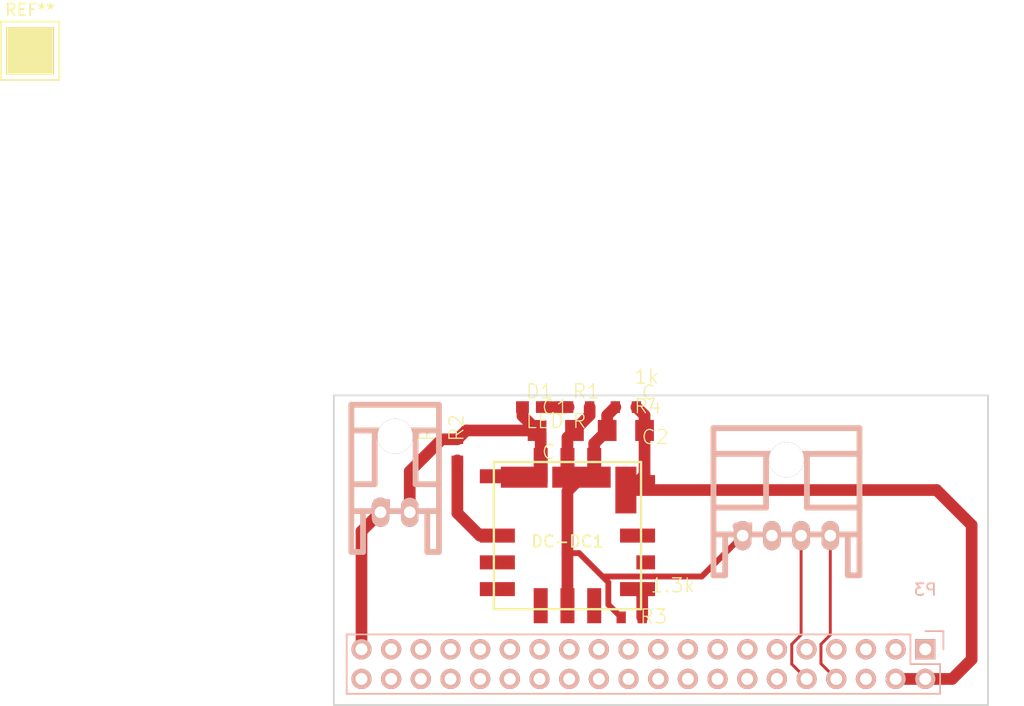
<source format=kicad_pcb>
(kicad_pcb (version 4) (host pcbnew 4.0.4-stable)

  (general
    (links 36)
    (no_connects 15)
    (area 25.924999 29.424999 82.075001 56.075001)
    (thickness 1.6)
    (drawings 28)
    (tracks 53)
    (zones 0)
    (modules 12)
    (nets 10)
  )

  (page A4)
  (layers
    (0 F.Cu signal)
    (31 B.Cu signal)
    (32 B.Adhes user)
    (33 F.Adhes user)
    (34 B.Paste user)
    (35 F.Paste user)
    (36 B.SilkS user)
    (37 F.SilkS user)
    (38 B.Mask user)
    (39 F.Mask user)
    (40 Dwgs.User user)
    (41 Cmts.User user)
    (42 Eco1.User user)
    (43 Eco2.User user)
    (44 Edge.Cuts user)
    (45 Margin user)
    (46 B.CrtYd user)
    (47 F.CrtYd user)
    (48 B.Fab user)
    (49 F.Fab user)
  )

  (setup
    (last_trace_width 1)
    (user_trace_width 0.5)
    (user_trace_width 1)
    (trace_clearance 0.2)
    (zone_clearance 0.4)
    (zone_45_only no)
    (trace_min 0.2)
    (segment_width 0.2)
    (edge_width 0.15)
    (via_size 0.6)
    (via_drill 0.4)
    (via_min_size 0.4)
    (via_min_drill 0.3)
    (user_via 1.2 0.8)
    (uvia_size 0.3)
    (uvia_drill 0.1)
    (uvias_allowed no)
    (uvia_min_size 0.2)
    (uvia_min_drill 0.1)
    (pcb_text_width 0.3)
    (pcb_text_size 1.5 1.5)
    (mod_edge_width 0.15)
    (mod_text_size 1 1)
    (mod_text_width 0.15)
    (pad_size 1.7272 1.7272)
    (pad_drill 1.016)
    (pad_to_mask_clearance 0.2)
    (aux_axis_origin 0 0)
    (visible_elements 7FFFFFFF)
    (pcbplotparams
      (layerselection 0x00030_80000001)
      (usegerberextensions false)
      (excludeedgelayer true)
      (linewidth 0.100000)
      (plotframeref false)
      (viasonmask false)
      (mode 1)
      (useauxorigin false)
      (hpglpennumber 1)
      (hpglpenspeed 20)
      (hpglpendiameter 15)
      (hpglpenoverlay 2)
      (psnegative false)
      (psa4output false)
      (plotreference true)
      (plotvalue true)
      (plotinvisibletext false)
      (padsonsilk false)
      (subtractmaskfromsilk false)
      (outputformat 1)
      (mirror false)
      (drillshape 1)
      (scaleselection 1)
      (outputdirectory ""))
  )

  (net 0 "")
  (net 1 /12V)
  (net 2 /GND)
  (net 3 /5V)
  (net 4 "Net-(D1-Pad2)")
  (net 5 "Net-(DC-DC1-Pad1)")
  (net 6 "Net-(DC-DC1-Pad6)")
  (net 7 /GPIO15)
  (net 8 /GPIO14)
  (net 9 /3.3V)

  (net_class Default "これは標準のネット クラスです。"
    (clearance 0.2)
    (trace_width 0.25)
    (via_dia 0.6)
    (via_drill 0.4)
    (uvia_dia 0.3)
    (uvia_drill 0.1)
    (add_net /12V)
    (add_net /3.3V)
    (add_net /5V)
    (add_net /GND)
    (add_net /GPIO14)
    (add_net /GPIO15)
    (add_net "Net-(D1-Pad2)")
    (add_net "Net-(DC-DC1-Pad1)")
    (add_net "Net-(DC-DC1-Pad6)")
  )

  (module Socket_Strips:Socket_Strip_Straight_2x20 (layer B.Cu) (tedit 5829BFFB) (tstamp 580B449E)
    (at 76.63 51.23 180)
    (descr "Through hole socket strip")
    (tags "socket strip")
    (path /58089F36)
    (fp_text reference P3 (at 0 5.1 180) (layer B.SilkS)
      (effects (font (size 1 1) (thickness 0.15)) (justify mirror))
    )
    (fp_text value CONN_02X20 (at 0 3.1 180) (layer B.Fab)
      (effects (font (size 1 1) (thickness 0.15)) (justify mirror))
    )
    (fp_line (start -1.75 1.75) (end -1.75 -4.3) (layer B.CrtYd) (width 0.05))
    (fp_line (start 50.05 1.75) (end 50.05 -4.3) (layer B.CrtYd) (width 0.05))
    (fp_line (start -1.75 1.75) (end 50.05 1.75) (layer B.CrtYd) (width 0.05))
    (fp_line (start -1.75 -4.3) (end 50.05 -4.3) (layer B.CrtYd) (width 0.05))
    (fp_line (start 49.53 -3.81) (end -1.27 -3.81) (layer B.SilkS) (width 0.15))
    (fp_line (start 1.27 1.27) (end 49.53 1.27) (layer B.SilkS) (width 0.15))
    (fp_line (start 49.53 -3.81) (end 49.53 1.27) (layer B.SilkS) (width 0.15))
    (fp_line (start -1.27 -3.81) (end -1.27 -1.27) (layer B.SilkS) (width 0.15))
    (fp_line (start 0 1.55) (end -1.55 1.55) (layer B.SilkS) (width 0.15))
    (fp_line (start -1.27 -1.27) (end 1.27 -1.27) (layer B.SilkS) (width 0.15))
    (fp_line (start 1.27 -1.27) (end 1.27 1.27) (layer B.SilkS) (width 0.15))
    (fp_line (start -1.55 1.55) (end -1.55 0) (layer B.SilkS) (width 0.15))
    (pad 1 thru_hole rect (at 0 0 180) (size 1.7272 1.7272) (drill 1.016) (layers *.Cu *.Mask B.SilkS)
      (net 9 /3.3V))
    (pad 2 thru_hole oval (at 0 -2.54 180) (size 1.7272 1.7272) (drill 1.016) (layers *.Cu *.Mask B.SilkS)
      (net 3 /5V))
    (pad 3 thru_hole oval (at 2.54 0 180) (size 1.7272 1.7272) (drill 1.016) (layers *.Cu *.Mask B.SilkS))
    (pad 4 thru_hole oval (at 2.54 -2.54 180) (size 1.7272 1.7272) (drill 1.016) (layers *.Cu *.Mask B.SilkS)
      (net 3 /5V))
    (pad 5 thru_hole oval (at 5.08 0 180) (size 1.7272 1.7272) (drill 1.016) (layers *.Cu *.Mask B.SilkS))
    (pad 6 thru_hole oval (at 5.08 -2.54 180) (size 1.7272 1.7272) (drill 1.016) (layers *.Cu *.Mask B.SilkS)
      (net 2 /GND))
    (pad 7 thru_hole oval (at 7.62 0 180) (size 1.7272 1.7272) (drill 1.016) (layers *.Cu *.Mask B.SilkS))
    (pad 8 thru_hole oval (at 7.62 -2.54 180) (size 1.7272 1.7272) (drill 1.016) (layers *.Cu *.Mask B.SilkS)
      (net 8 /GPIO14))
    (pad 9 thru_hole oval (at 10.16 0 180) (size 1.7272 1.7272) (drill 1.016) (layers *.Cu *.Mask B.SilkS)
      (net 2 /GND))
    (pad 10 thru_hole oval (at 10.16 -2.54 180) (size 1.7272 1.7272) (drill 1.016) (layers *.Cu *.Mask B.SilkS)
      (net 7 /GPIO15))
    (pad 11 thru_hole oval (at 12.7 0 180) (size 1.7272 1.7272) (drill 1.016) (layers *.Cu *.Mask B.SilkS))
    (pad 12 thru_hole oval (at 12.7 -2.54 180) (size 1.7272 1.7272) (drill 1.016) (layers *.Cu *.Mask B.SilkS))
    (pad 13 thru_hole oval (at 15.24 0 180) (size 1.7272 1.7272) (drill 1.016) (layers *.Cu *.Mask B.SilkS))
    (pad 14 thru_hole oval (at 15.24 -2.54 180) (size 1.7272 1.7272) (drill 1.016) (layers *.Cu *.Mask B.SilkS)
      (net 2 /GND))
    (pad 15 thru_hole oval (at 17.78 0 180) (size 1.7272 1.7272) (drill 1.016) (layers *.Cu *.Mask B.SilkS))
    (pad 16 thru_hole oval (at 17.78 -2.54 180) (size 1.7272 1.7272) (drill 1.016) (layers *.Cu *.Mask B.SilkS))
    (pad 17 thru_hole oval (at 20.32 0 180) (size 1.7272 1.7272) (drill 1.016) (layers *.Cu *.Mask B.SilkS)
      (net 9 /3.3V))
    (pad 18 thru_hole oval (at 20.32 -2.54 180) (size 1.7272 1.7272) (drill 1.016) (layers *.Cu *.Mask B.SilkS))
    (pad 19 thru_hole oval (at 22.86 0 180) (size 1.7272 1.7272) (drill 1.016) (layers *.Cu *.Mask B.SilkS))
    (pad 20 thru_hole oval (at 22.86 -2.54 180) (size 1.7272 1.7272) (drill 1.016) (layers *.Cu *.Mask B.SilkS)
      (net 2 /GND))
    (pad 21 thru_hole oval (at 25.4 0 180) (size 1.7272 1.7272) (drill 1.016) (layers *.Cu *.Mask B.SilkS))
    (pad 22 thru_hole oval (at 25.4 -2.54 180) (size 1.7272 1.7272) (drill 1.016) (layers *.Cu *.Mask B.SilkS))
    (pad 23 thru_hole oval (at 27.94 0 180) (size 1.7272 1.7272) (drill 1.016) (layers *.Cu *.Mask B.SilkS))
    (pad 24 thru_hole oval (at 27.94 -2.54 180) (size 1.7272 1.7272) (drill 1.016) (layers *.Cu *.Mask B.SilkS))
    (pad 25 thru_hole oval (at 30.48 0 180) (size 1.7272 1.7272) (drill 1.016) (layers *.Cu *.Mask B.SilkS)
      (net 2 /GND))
    (pad 26 thru_hole oval (at 30.48 -2.54 180) (size 1.7272 1.7272) (drill 1.016) (layers *.Cu *.Mask B.SilkS))
    (pad 27 thru_hole oval (at 33.02 0 180) (size 1.7272 1.7272) (drill 1.016) (layers *.Cu *.Mask B.SilkS))
    (pad 28 thru_hole oval (at 33.02 -2.54 180) (size 1.7272 1.7272) (drill 1.016) (layers *.Cu *.Mask B.SilkS))
    (pad 29 thru_hole oval (at 35.56 0 180) (size 1.7272 1.7272) (drill 1.016) (layers *.Cu *.Mask B.SilkS))
    (pad 30 thru_hole oval (at 35.56 -2.54 180) (size 1.7272 1.7272) (drill 1.016) (layers *.Cu *.Mask B.SilkS)
      (net 2 /GND))
    (pad 31 thru_hole oval (at 38.1 0 180) (size 1.7272 1.7272) (drill 1.016) (layers *.Cu *.Mask B.SilkS))
    (pad 32 thru_hole oval (at 38.1 -2.54 180) (size 1.7272 1.7272) (drill 1.016) (layers *.Cu *.Mask B.SilkS))
    (pad 33 thru_hole oval (at 40.64 0 180) (size 1.7272 1.7272) (drill 1.016) (layers *.Cu *.Mask B.SilkS))
    (pad 34 thru_hole oval (at 40.64 -2.54 180) (size 1.7272 1.7272) (drill 1.016) (layers *.Cu *.Mask B.SilkS)
      (net 2 /GND))
    (pad 35 thru_hole oval (at 43.18 0 180) (size 1.7272 1.7272) (drill 1.016) (layers *.Cu *.Mask B.SilkS))
    (pad 36 thru_hole oval (at 43.18 -2.54 180) (size 1.7272 1.7272) (drill 1.016) (layers *.Cu *.Mask B.SilkS))
    (pad 37 thru_hole oval (at 45.72 0 180) (size 1.7272 1.7272) (drill 1.016) (layers *.Cu *.Mask B.SilkS))
    (pad 38 thru_hole oval (at 45.72 -2.54 180) (size 1.7272 1.7272) (drill 1.016) (layers *.Cu *.Mask B.SilkS))
    (pad 39 thru_hole oval (at 48.26 0 180) (size 1.7272 1.7272) (drill 1.016) (layers *.Cu *.Mask B.SilkS)
      (net 2 /GND))
    (pad 40 thru_hole oval (at 48.26 -2.54 180) (size 1.7272 1.7272) (drill 1.016) (layers *.Cu *.Mask B.SilkS))
    (model Socket_Strips.3dshapes/Socket_Strip_Straight_2x20.wrl
      (at (xyz 0.95 -0.05 0))
      (scale (xyz 1 1 1))
      (rotate (xyz 0 0 180))
    )
  )

  (module RP_KiCAD_Libs:C3216 (layer F.Cu) (tedit 0) (tstamp 580B443D)
    (at 45 32.5)
    (descr <b>CAPACITOR</b>)
    (path /5808B321)
    (fp_text reference C1 (at -1.27 -1.27) (layer F.SilkS)
      (effects (font (size 1.2065 1.2065) (thickness 0.1016)) (justify left bottom))
    )
    (fp_text value C (at -1.27 2.54) (layer F.SilkS)
      (effects (font (size 1.2065 1.2065) (thickness 0.1016)) (justify left bottom))
    )
    (fp_line (start -0.965 -0.787) (end 0.965 -0.787) (layer Dwgs.User) (width 0.1016))
    (fp_line (start -0.965 0.787) (end 0.965 0.787) (layer Dwgs.User) (width 0.1016))
    (fp_poly (pts (xy -1.7018 0.8509) (xy -0.9517 0.8509) (xy -0.9517 -0.8491) (xy -1.7018 -0.8491)) (layer Dwgs.User) (width 0))
    (fp_poly (pts (xy 0.9517 0.8491) (xy 1.7018 0.8491) (xy 1.7018 -0.8509) (xy 0.9517 -0.8509)) (layer Dwgs.User) (width 0))
    (fp_poly (pts (xy -0.3 0.5001) (xy 0.3 0.5001) (xy 0.3 -0.5001) (xy -0.3 -0.5001)) (layer F.Adhes) (width 0))
    (pad 1 smd rect (at -1.6 0) (size 1.6 1.8) (layers F.Cu F.Paste F.Mask)
      (net 1 /12V))
    (pad 2 smd rect (at 1.6 0) (size 1.6 1.8) (layers F.Cu F.Paste F.Mask)
      (net 2 /GND))
    (model Resistors_SMD.3dshapes/R_1206.wrl
      (at (xyz 0 0 0))
      (scale (xyz 1 1 1))
      (rotate (xyz 0 0 0))
    )
  )

  (module RP_KiCAD_Libs:C3216 (layer F.Cu) (tedit 0) (tstamp 580B4443)
    (at 51 32.5 180)
    (descr <b>CAPACITOR</b>)
    (path /5808AECF)
    (fp_text reference C2 (at -1.27 -1.27 180) (layer F.SilkS)
      (effects (font (size 1.2065 1.2065) (thickness 0.1016)) (justify left bottom))
    )
    (fp_text value C (at -1.27 2.54 180) (layer F.SilkS)
      (effects (font (size 1.2065 1.2065) (thickness 0.1016)) (justify left bottom))
    )
    (fp_line (start -0.965 -0.787) (end 0.965 -0.787) (layer Dwgs.User) (width 0.1016))
    (fp_line (start -0.965 0.787) (end 0.965 0.787) (layer Dwgs.User) (width 0.1016))
    (fp_poly (pts (xy -1.7018 0.8509) (xy -0.9517 0.8509) (xy -0.9517 -0.8491) (xy -1.7018 -0.8491)) (layer Dwgs.User) (width 0))
    (fp_poly (pts (xy 0.9517 0.8491) (xy 1.7018 0.8491) (xy 1.7018 -0.8509) (xy 0.9517 -0.8509)) (layer Dwgs.User) (width 0))
    (fp_poly (pts (xy -0.3 0.5001) (xy 0.3 0.5001) (xy 0.3 -0.5001) (xy -0.3 -0.5001)) (layer F.Adhes) (width 0))
    (pad 1 smd rect (at -1.6 0 180) (size 1.6 1.8) (layers F.Cu F.Paste F.Mask)
      (net 3 /5V))
    (pad 2 smd rect (at 1.6 0 180) (size 1.6 1.8) (layers F.Cu F.Paste F.Mask)
      (net 2 /GND))
    (model Resistors_SMD.3dshapes/R_1206.wrl
      (at (xyz 0 0 0))
      (scale (xyz 1 1 1))
      (rotate (xyz 0 0 0))
    )
  )

  (module RP_KiCAD_Libs:C1608 (layer F.Cu) (tedit 0) (tstamp 580B4449)
    (at 43 30.5)
    (descr <b>CAPACITOR</b>)
    (path /5808B7FF)
    (fp_text reference D1 (at -0.635 -0.635) (layer F.SilkS)
      (effects (font (size 1.2065 1.2065) (thickness 0.1016)) (justify left bottom))
    )
    (fp_text value LED (at -0.635 1.905) (layer F.SilkS)
      (effects (font (size 1.2065 1.2065) (thickness 0.1016)) (justify left bottom))
    )
    (fp_line (start -0.356 -0.432) (end 0.356 -0.432) (layer Dwgs.User) (width 0.1016))
    (fp_line (start -0.356 0.419) (end 0.356 0.419) (layer Dwgs.User) (width 0.1016))
    (fp_poly (pts (xy -0.8382 0.4699) (xy -0.3381 0.4699) (xy -0.3381 -0.4801) (xy -0.8382 -0.4801)) (layer Dwgs.User) (width 0))
    (fp_poly (pts (xy 0.3302 0.4699) (xy 0.8303 0.4699) (xy 0.8303 -0.4801) (xy 0.3302 -0.4801)) (layer Dwgs.User) (width 0))
    (fp_poly (pts (xy -0.1999 0.3) (xy 0.1999 0.3) (xy 0.1999 -0.3) (xy -0.1999 -0.3)) (layer F.Adhes) (width 0))
    (pad 1 smd rect (at -0.85 0) (size 1.1 1) (layers F.Cu F.Paste F.Mask)
      (net 1 /12V))
    (pad 2 smd rect (at 0.85 0) (size 1.1 1) (layers F.Cu F.Paste F.Mask)
      (net 4 "Net-(D1-Pad2)"))
    (model Resistors_SMD.3dshapes/R_0603.wrl
      (at (xyz 0 0 0))
      (scale (xyz 1 1 1))
      (rotate (xyz 0 0 0))
    )
  )

  (module Converters_DCDC_ACDC:OKL_T6 (layer F.Cu) (tedit 580B40ED) (tstamp 580B4462)
    (at 46 41.5)
    (path /5808A8D6)
    (fp_text reference DC-DC1 (at 0 0.5) (layer F.SilkS)
      (effects (font (size 1 1) (thickness 0.15)))
    )
    (fp_text value OKL-T3_series (at 0 -0.5) (layer F.Fab)
      (effects (font (size 1 1) (thickness 0.15)))
    )
    (fp_line (start -6.3 -6.3) (end -6.3 6.3) (layer F.SilkS) (width 0.2))
    (fp_line (start -6.3 6.3) (end 6.3 6.3) (layer F.SilkS) (width 0.2))
    (fp_line (start 6.3 6.3) (end 6.3 -6.3) (layer F.SilkS) (width 0.2))
    (fp_line (start 6.3 -6.3) (end -6.3 -6.3) (layer F.SilkS) (width 0.2))
    (pad 3 smd rect (at 0 -6) (size 1.2 3) (layers F.Cu F.Paste F.Mask)
      (net 2 /GND))
    (pad 2 smd rect (at -2.29 -6) (size 1.2 3) (layers F.Cu F.Paste F.Mask)
      (net 1 /12V))
    (pad 1 smd rect (at -6 0) (size 3 1.2) (layers F.Cu F.Paste F.Mask)
      (net 5 "Net-(DC-DC1-Pad1)"))
    (pad 2 smd rect (at -6 -5.08) (size 3 1.2) (layers F.Cu F.Paste F.Mask)
      (net 1 /12V))
    (pad 3 smd rect (at 2.29 -6) (size 1.2 3) (layers F.Cu F.Paste F.Mask)
      (net 2 /GND))
    (pad 4 smd rect (at 6 -4.58) (size 3 1.2) (layers F.Cu F.Paste F.Mask)
      (net 3 /5V))
    (pad 5 smd rect (at 6 0) (size 3 1.2) (layers F.Cu F.Paste F.Mask)
      (net 3 /5V))
    (pad 6 smd rect (at 6 4.58) (size 3 1.2) (layers F.Cu F.Paste F.Mask)
      (net 6 "Net-(DC-DC1-Pad6)"))
    (pad 7 smd rect (at 0 6) (size 1.2 3) (layers F.Cu F.Paste F.Mask)
      (net 2 /GND))
    (pad 8 smd rect (at -2.29 6) (size 1.2 3) (layers F.Cu F.Paste F.Mask))
    (pad 9 smd rect (at -6 4.58) (size 3 1.2) (layers F.Cu F.Paste F.Mask))
    (pad 10 smd rect (at -6 2.29) (size 3 1.2) (layers F.Cu F.Paste F.Mask))
    (pad 11 smd rect (at 6.7 2.29) (size 1.6 1.2) (layers F.Cu F.Paste F.Mask))
    (pad 12 smd rect (at 2.29 6) (size 1.2 3) (layers F.Cu F.Paste F.Mask))
    (pad 3 smd rect (at 1.2 -5) (size 5 1.8) (layers F.Cu F.Paste F.Mask)
      (net 2 /GND))
    (pad 4 smd rect (at 5 -3.9) (size 1.8 4) (layers F.Cu F.Paste F.Mask)
      (net 3 /5V))
    (pad 2 smd rect (at -3.7 -5) (size 4 1.8) (layers F.Cu F.Paste F.Mask)
      (net 1 /12V))
  )

  (module RP_KiCAD_Connector:XA_2LC (layer B.Cu) (tedit 5763B232) (tstamp 580B4469)
    (at 30 39.5)
    (path /5808B579)
    (fp_text reference P1 (at 0 -0.5) (layer B.SilkS)
      (effects (font (size 1 1) (thickness 0.15)) (justify mirror))
    )
    (fp_text value CONN_01X02 (at 0 0.5) (layer B.Fab)
      (effects (font (size 1 1) (thickness 0.15)) (justify mirror))
    )
    (fp_line (start -1.5 3.4) (end -2.5 3.4) (layer B.SilkS) (width 0.5))
    (fp_line (start 5 3.4) (end 4 3.4) (layer B.SilkS) (width 0.5))
    (fp_line (start 4 3.4) (end 4 -0.1) (layer B.SilkS) (width 0.5))
    (fp_line (start -1.5 3.4) (end -1.5 -0.1) (layer B.SilkS) (width 0.5))
    (fp_line (start 3 -2.4) (end 5 -2.4) (layer B.SilkS) (width 0.5))
    (fp_line (start -0.5 -2.4) (end -2.5 -2.4) (layer B.SilkS) (width 0.5))
    (fp_line (start 3 -2.4) (end 3 -7) (layer B.SilkS) (width 0.5))
    (fp_line (start -0.5 -2.4) (end -0.5 -7) (layer B.SilkS) (width 0.5))
    (fp_line (start -2.5 -0.1) (end 5 -0.1) (layer B.SilkS) (width 0.5))
    (fp_line (start -2.5 -7) (end 5 -7) (layer B.SilkS) (width 0.5))
    (fp_line (start -2.5 -9.2) (end 5 -9.2) (layer B.SilkS) (width 0.5))
    (fp_line (start 5 3.4) (end 5 -9.2) (layer B.SilkS) (width 0.5))
    (fp_line (start -2.5 3.4) (end -2.5 -9.2) (layer B.SilkS) (width 0.5))
    (pad 1 thru_hole oval (at 0 0) (size 1.5 2.5) (drill 1) (layers *.Cu *.Mask B.SilkS)
      (net 2 /GND))
    (pad 2 thru_hole oval (at 2.5 0) (size 1.5 2.5) (drill 1) (layers *.Cu *.Mask B.SilkS)
      (net 1 /12V))
    (pad "" thru_hole circle (at 1.25 -6.5) (size 3 3) (drill 3) (layers *.Cu *.Mask B.SilkS)
      (clearance -0.3))
    (model conn_XA/XA_2S.wrl
      (at (xyz 0.05 -0.2 0))
      (scale (xyz 4 4 4))
      (rotate (xyz 0 0 180))
    )
  )

  (module RP_KiCAD_Connector:XA_4LC (layer B.Cu) (tedit 5763BBB7) (tstamp 580B4472)
    (at 61 41.5)
    (path /580AEE45)
    (fp_text reference P2 (at 0 -0.5) (layer B.SilkS)
      (effects (font (size 1 1) (thickness 0.15)) (justify mirror))
    )
    (fp_text value CONN_01X04 (at 0 0.5) (layer B.Fab)
      (effects (font (size 1 1) (thickness 0.15)) (justify mirror))
    )
    (fp_line (start 10 3.4) (end 9 3.4) (layer B.SilkS) (width 0.5))
    (fp_line (start 9 3.4) (end 9 -0.1) (layer B.SilkS) (width 0.5))
    (fp_line (start -2.5 3.4) (end -1.5 3.4) (layer B.SilkS) (width 0.5))
    (fp_line (start -1.5 3.4) (end -1.5 -0.1) (layer B.SilkS) (width 0.5))
    (fp_line (start 10 -0.1) (end -2.5 -0.1) (layer B.SilkS) (width 0.5))
    (fp_line (start 5.5 -2.4) (end 10 -2.4) (layer B.SilkS) (width 0.5))
    (fp_line (start 2 -2.4) (end -2.5 -2.4) (layer B.SilkS) (width 0.5))
    (fp_line (start 5.5 -2.4) (end 5.5 -7) (layer B.SilkS) (width 0.5))
    (fp_line (start 2 -2.4) (end 2 -7) (layer B.SilkS) (width 0.5))
    (fp_line (start -2.5 -7) (end 10 -7) (layer B.SilkS) (width 0.5))
    (fp_line (start 10 3.4) (end 10 -9.2) (layer B.SilkS) (width 0.5))
    (fp_line (start 10 -9.2) (end -2.5 -9.2) (layer B.SilkS) (width 0.5))
    (fp_line (start -2.5 3.4) (end -2.5 -9.2) (layer B.SilkS) (width 0.5))
    (pad 1 thru_hole oval (at 0 0) (size 1.5 2.5) (drill 1) (layers *.Cu *.Mask B.SilkS)
      (net 2 /GND))
    (pad 2 thru_hole oval (at 2.5 0) (size 1.5 2.5) (drill 1) (layers *.Cu *.Mask B.SilkS))
    (pad 3 thru_hole oval (at 5 0) (size 1.5 2.5) (drill 1) (layers *.Cu *.Mask B.SilkS)
      (net 7 /GPIO15))
    (pad 4 thru_hole oval (at 7.5 0) (size 1.5 2.5) (drill 1) (layers *.Cu *.Mask B.SilkS)
      (net 8 /GPIO14))
    (pad "" thru_hole circle (at 3.75 -6.5) (size 3 3) (drill 3) (layers *.Cu *.Mask B.SilkS)
      (clearance -0.3))
    (model conn_XA/XA_4S.wrl
      (at (xyz 0.15 -0.2 0))
      (scale (xyz 4 4 4))
      (rotate (xyz 0 0 180))
    )
  )

  (module RP_KiCAD_Libs:C1608_WP (layer F.Cu) (tedit 57C3E677) (tstamp 58299487)
    (at 47 30.5)
    (descr <b>CAPACITOR</b>)
    (path /5808B7AE)
    (fp_text reference R1 (at -0.635 -0.635) (layer F.SilkS)
      (effects (font (size 1.2065 1.2065) (thickness 0.1016)) (justify left bottom))
    )
    (fp_text value R (at -0.635 1.905) (layer F.SilkS)
      (effects (font (size 1.2065 1.2065) (thickness 0.1016)) (justify left bottom))
    )
    (fp_line (start -0.356 -0.432) (end 0.356 -0.432) (layer Dwgs.User) (width 0.1016))
    (fp_line (start -0.356 0.419) (end 0.356 0.419) (layer Dwgs.User) (width 0.1016))
    (fp_poly (pts (xy -0.8382 0.4699) (xy -0.3381 0.4699) (xy -0.3381 -0.4801) (xy -0.8382 -0.4801)) (layer Dwgs.User) (width 0))
    (fp_poly (pts (xy 0.3302 0.4699) (xy 0.8303 0.4699) (xy 0.8303 -0.4801) (xy 0.3302 -0.4801)) (layer Dwgs.User) (width 0))
    (fp_poly (pts (xy -0.1999 0.3) (xy 0.1999 0.3) (xy 0.1999 -0.3) (xy -0.1999 -0.3)) (layer F.Adhes) (width 0))
    (pad 1 smd rect (at -0.9 0) (size 0.8 1) (layers F.Cu F.Paste F.Mask)
      (net 4 "Net-(D1-Pad2)"))
    (pad 2 smd rect (at 0.9 0) (size 0.8 1) (layers F.Cu F.Paste F.Mask)
      (net 2 /GND))
    (model Resistors_SMD.3dshapes/R_0603.wrl
      (at (xyz 0 0 0))
      (scale (xyz 1 1 1))
      (rotate (xyz 0 0 0))
    )
  )

  (module RP_KiCAD_Libs:C1608_WP (layer F.Cu) (tedit 57C3E677) (tstamp 5829948C)
    (at 36.576 34.156 270)
    (descr <b>CAPACITOR</b>)
    (path /5808AB36)
    (fp_text reference R2 (at -0.635 -0.635 270) (layer F.SilkS)
      (effects (font (size 1.2065 1.2065) (thickness 0.1016)) (justify left bottom))
    )
    (fp_text value R (at -0.635 1.905 270) (layer F.SilkS)
      (effects (font (size 1.2065 1.2065) (thickness 0.1016)) (justify left bottom))
    )
    (fp_line (start -0.356 -0.432) (end 0.356 -0.432) (layer Dwgs.User) (width 0.1016))
    (fp_line (start -0.356 0.419) (end 0.356 0.419) (layer Dwgs.User) (width 0.1016))
    (fp_poly (pts (xy -0.8382 0.4699) (xy -0.3381 0.4699) (xy -0.3381 -0.4801) (xy -0.8382 -0.4801)) (layer Dwgs.User) (width 0))
    (fp_poly (pts (xy 0.3302 0.4699) (xy 0.8303 0.4699) (xy 0.8303 -0.4801) (xy 0.3302 -0.4801)) (layer Dwgs.User) (width 0))
    (fp_poly (pts (xy -0.1999 0.3) (xy 0.1999 0.3) (xy 0.1999 -0.3) (xy -0.1999 -0.3)) (layer F.Adhes) (width 0))
    (pad 1 smd rect (at -0.9 0 270) (size 0.8 1) (layers F.Cu F.Paste F.Mask)
      (net 1 /12V))
    (pad 2 smd rect (at 0.9 0 270) (size 0.8 1) (layers F.Cu F.Paste F.Mask)
      (net 5 "Net-(DC-DC1-Pad1)"))
    (model Resistors_SMD.3dshapes/R_0603.wrl
      (at (xyz 0 0 0))
      (scale (xyz 1 1 1))
      (rotate (xyz 0 0 0))
    )
  )

  (module RP_KiCAD_Libs:C1608_WP (layer F.Cu) (tedit 58299351) (tstamp 58299491)
    (at 51.5 48.5 180)
    (descr <b>CAPACITOR</b>)
    (path /5808AB70)
    (fp_text reference R3 (at -0.635 -0.635 180) (layer F.SilkS)
      (effects (font (size 1.2065 1.2065) (thickness 0.1016)) (justify left bottom))
    )
    (fp_text value 1.3k (at -1.524 2.032 180) (layer F.SilkS)
      (effects (font (size 1.2065 1.2065) (thickness 0.1016)) (justify left bottom))
    )
    (fp_line (start -0.356 -0.432) (end 0.356 -0.432) (layer Dwgs.User) (width 0.1016))
    (fp_line (start -0.356 0.419) (end 0.356 0.419) (layer Dwgs.User) (width 0.1016))
    (fp_poly (pts (xy -0.8382 0.4699) (xy -0.3381 0.4699) (xy -0.3381 -0.4801) (xy -0.8382 -0.4801)) (layer Dwgs.User) (width 0))
    (fp_poly (pts (xy 0.3302 0.4699) (xy 0.8303 0.4699) (xy 0.8303 -0.4801) (xy 0.3302 -0.4801)) (layer Dwgs.User) (width 0))
    (fp_poly (pts (xy -0.1999 0.3) (xy 0.1999 0.3) (xy 0.1999 -0.3) (xy -0.1999 -0.3)) (layer F.Adhes) (width 0))
    (pad 1 smd rect (at -0.9 0 180) (size 0.8 1) (layers F.Cu F.Paste F.Mask)
      (net 6 "Net-(DC-DC1-Pad6)"))
    (pad 2 smd rect (at 0.9 0 180) (size 0.8 1) (layers F.Cu F.Paste F.Mask)
      (net 2 /GND))
    (model Resistors_SMD.3dshapes/R_0603.wrl
      (at (xyz 0 0 0))
      (scale (xyz 1 1 1))
      (rotate (xyz 0 0 0))
    )
  )

  (module RP_KiCAD_Libs:C1608_WP (layer F.Cu) (tedit 57C3E677) (tstamp 58299496)
    (at 51 30.5 180)
    (descr <b>CAPACITOR</b>)
    (path /5808ADEC)
    (fp_text reference R4 (at -0.635 -0.635 180) (layer F.SilkS)
      (effects (font (size 1.2065 1.2065) (thickness 0.1016)) (justify left bottom))
    )
    (fp_text value 1k (at -0.635 1.905 180) (layer F.SilkS)
      (effects (font (size 1.2065 1.2065) (thickness 0.1016)) (justify left bottom))
    )
    (fp_line (start -0.356 -0.432) (end 0.356 -0.432) (layer Dwgs.User) (width 0.1016))
    (fp_line (start -0.356 0.419) (end 0.356 0.419) (layer Dwgs.User) (width 0.1016))
    (fp_poly (pts (xy -0.8382 0.4699) (xy -0.3381 0.4699) (xy -0.3381 -0.4801) (xy -0.8382 -0.4801)) (layer Dwgs.User) (width 0))
    (fp_poly (pts (xy 0.3302 0.4699) (xy 0.8303 0.4699) (xy 0.8303 -0.4801) (xy 0.3302 -0.4801)) (layer Dwgs.User) (width 0))
    (fp_poly (pts (xy -0.1999 0.3) (xy 0.1999 0.3) (xy 0.1999 -0.3) (xy -0.1999 -0.3)) (layer F.Adhes) (width 0))
    (pad 1 smd rect (at -0.9 0 180) (size 0.8 1) (layers F.Cu F.Paste F.Mask)
      (net 3 /5V))
    (pad 2 smd rect (at 0.9 0 180) (size 0.8 1) (layers F.Cu F.Paste F.Mask)
      (net 2 /GND))
    (model Resistors_SMD.3dshapes/R_0603.wrl
      (at (xyz 0 0 0))
      (scale (xyz 1 1 1))
      (rotate (xyz 0 0 0))
    )
  )

  (module SMD_Packages:1Pin (layer F.Cu) (tedit 0) (tstamp 5829CD3A)
    (at 0 0)
    (descr "module 1 pin (ou trou mecanique de percage)")
    (tags DEV)
    (fp_text reference REF** (at 0 -3.50012) (layer F.SilkS)
      (effects (font (size 1 1) (thickness 0.15)))
    )
    (fp_text value 1Pin (at 0.24892 3.74904) (layer F.Fab)
      (effects (font (size 1 1) (thickness 0.15)))
    )
    (fp_line (start -2.49936 -2.49936) (end 2.49936 -2.49936) (layer F.SilkS) (width 0.15))
    (fp_line (start 2.49936 -2.49936) (end 2.49936 2.49936) (layer F.SilkS) (width 0.15))
    (fp_line (start 2.49936 2.49936) (end -2.49936 2.49936) (layer F.SilkS) (width 0.15))
    (fp_line (start -2.49936 2.49936) (end -2.49936 -2.49936) (layer F.SilkS) (width 0.15))
    (pad 1 smd rect (at 0 0) (size 4.064 4.064) (layers F.Cu F.Paste F.SilkS F.Mask))
    (model user/RasPi2B.wrl
      (at (xyz -2.95 -1.05 -0.6))
      (scale (xyz 0.3937 0.3937 0.3937))
      (rotate (xyz 0 0 180))
    )
  )

  (gr_circle (center 23.5 52.5) (end 24.5 52.5) (layer Dwgs.User) (width 0.2))
  (gr_circle (center 81.5 52.5) (end 82.5 52.5) (layer Dwgs.User) (width 0.2))
  (gr_circle (center 81.5 3.5) (end 82.5 3.5) (layer Dwgs.User) (width 0.2))
  (gr_circle (center 23.5 3.5) (end 24.5 3.5) (layer Dwgs.User) (width 0.2))
  (gr_line (start 82 29.5) (end 26 29.5) (angle 90) (layer Edge.Cuts) (width 0.15))
  (gr_line (start 82 56) (end 82 29.5) (angle 90) (layer Edge.Cuts) (width 0.15))
  (gr_line (start 26 56) (end 26 29.5) (angle 90) (layer Edge.Cuts) (width 0.15))
  (gr_line (start 82 56) (end 26 56) (angle 90) (layer Edge.Cuts) (width 0.15))
  (gr_line (start 85 3.5) (end 85 52.5) (angle 90) (layer Dwgs.User) (width 0.2))
  (gr_line (start 3.5 0) (end 81.5 0) (angle 90) (layer Dwgs.User) (width 0.2))
  (gr_line (start 0 52.5) (end 0 3.5) (angle 90) (layer Dwgs.User) (width 0.2))
  (gr_line (start 81.5 56) (end 3.5 56) (angle 90) (layer Dwgs.User) (width 0.2))
  (gr_arc (start 81.5 52.5) (end 81.5 56) (angle -90) (layer Dwgs.User) (width 0.2))
  (gr_arc (start 81.5 3.5) (end 85 3.5) (angle -90) (layer Dwgs.User) (width 0.2))
  (gr_arc (start 3.5 3.5) (end 3.5 0) (angle -90) (layer Dwgs.User) (width 0.2))
  (gr_arc (start 3.5 52.5) (end 0 52.5) (angle -90) (layer Dwgs.User) (width 0.2))
  (gr_line (start 20.5 18.5) (end -2 18.5) (angle 90) (layer Dwgs.User) (width 0.2))
  (gr_line (start 20.5 2.5) (end 20.5 18.5) (angle 90) (layer Dwgs.User) (width 0.2))
  (gr_line (start -2 2.5) (end 20.5 2.5) (angle 90) (layer Dwgs.User) (width 0.2))
  (gr_line (start -2 18.5) (end -2 2.5) (angle 90) (layer Dwgs.User) (width 0.2))
  (gr_line (start 15 35) (end -2 35) (angle 90) (layer Dwgs.User) (width 0.2))
  (gr_line (start 15 21.5) (end 15 35) (angle 90) (layer Dwgs.User) (width 0.2))
  (gr_line (start -2 21.5) (end 15 21.5) (angle 90) (layer Dwgs.User) (width 0.2))
  (gr_line (start -2 35) (end -2 21.5) (angle 90) (layer Dwgs.User) (width 0.2))
  (gr_line (start 15 53.5) (end -2 53.5) (angle 90) (layer Dwgs.User) (width 0.2))
  (gr_line (start 15 40) (end 15 53.5) (angle 90) (layer Dwgs.User) (width 0.2))
  (gr_line (start -2 40) (end 15 40) (angle 90) (layer Dwgs.User) (width 0.2))
  (gr_line (start -2 53.5) (end -2 40) (angle 90) (layer Dwgs.User) (width 0.2))

  (segment (start 36.576 33.256) (end 35.244 33.256) (width 1) (layer F.Cu) (net 1))
  (segment (start 36.576 33.256) (end 37.332 32.5) (width 1) (layer F.Cu) (net 1))
  (segment (start 37.332 32.5) (end 43.4 32.5) (width 1) (layer F.Cu) (net 1) (tstamp 5829C9D8))
  (segment (start 42.15 30.5) (end 42.15 31.25) (width 1) (layer F.Cu) (net 1))
  (segment (start 42.15 31.25) (end 43.4 32.5) (width 1) (layer F.Cu) (net 1) (tstamp 5829C9D2))
  (segment (start 43.71 35.5) (end 43.71 32.81) (width 1) (layer F.Cu) (net 1))
  (segment (start 43.71 32.81) (end 43.4 32.5) (width 1) (layer F.Cu) (net 1) (tstamp 5829C9C9))
  (segment (start 32.5 39.5) (end 32.5 36) (width 1) (layer F.Cu) (net 1))
  (segment (start 32.5 36) (end 35.244 33.256) (width 1) (layer F.Cu) (net 1) (tstamp 5829C967))
  (segment (start 61 41.5) (end 57.5 45) (width 0.5) (layer F.Cu) (net 2))
  (segment (start 57.5 45) (end 49 45) (width 0.5) (layer F.Cu) (net 2) (tstamp 5829CA13))
  (segment (start 49.4 32.5) (end 49.4 31.2) (width 1) (layer F.Cu) (net 2))
  (segment (start 49.4 31.2) (end 50.1 30.5) (width 1) (layer F.Cu) (net 2) (tstamp 5829CA10))
  (segment (start 50.6 48.5) (end 49.5 47.4) (width 0.5) (layer F.Cu) (net 2))
  (segment (start 47 43) (end 46 43) (width 0.5) (layer F.Cu) (net 2) (tstamp 5829C9FE))
  (segment (start 49.5 45.5) (end 49 45) (width 0.5) (layer F.Cu) (net 2) (tstamp 5829C9FD))
  (segment (start 49 45) (end 47 43) (width 0.5) (layer F.Cu) (net 2) (tstamp 5829CA17))
  (segment (start 49.5 47.4) (end 49.5 45.5) (width 0.5) (layer F.Cu) (net 2) (tstamp 5829C9FC))
  (segment (start 48.29 35.5) (end 48.29 33.61) (width 1) (layer F.Cu) (net 2))
  (segment (start 48.29 33.61) (end 49.4 32.5) (width 1) (layer F.Cu) (net 2) (tstamp 5829C9E7))
  (segment (start 47.9 30.5) (end 47.9 31.2) (width 1) (layer F.Cu) (net 2))
  (segment (start 47.9 31.2) (end 46.6 32.5) (width 1) (layer F.Cu) (net 2) (tstamp 5829C9CF))
  (segment (start 46 35.5) (end 46 33.1) (width 1) (layer F.Cu) (net 2))
  (segment (start 46 33.1) (end 46.6 32.5) (width 1) (layer F.Cu) (net 2) (tstamp 5829C9CC))
  (segment (start 30 39.5) (end 28.37 41.13) (width 1) (layer F.Cu) (net 2))
  (segment (start 28.37 41.13) (end 28.37 51.23) (width 1) (layer F.Cu) (net 2) (tstamp 5829C961))
  (segment (start 46 47.5) (end 46 43) (width 1) (layer F.Cu) (net 2))
  (segment (start 46 43) (end 46 37.7) (width 1) (layer F.Cu) (net 2) (tstamp 5829CA01))
  (segment (start 46 37.7) (end 47.2 36.5) (width 1) (layer F.Cu) (net 2) (tstamp 5829C945))
  (segment (start 76.63 53.77) (end 78.93 53.77) (width 1) (layer F.Cu) (net 3))
  (segment (start 77.6 37.6) (end 51 37.6) (width 1) (layer F.Cu) (net 3) (tstamp 5829CA45))
  (segment (start 80.6 40.6) (end 77.6 37.6) (width 1) (layer F.Cu) (net 3) (tstamp 5829CA44))
  (segment (start 80.6 52.1) (end 80.6 40.6) (width 1) (layer F.Cu) (net 3) (tstamp 5829CA43))
  (segment (start 78.93 53.77) (end 80.6 52.1) (width 1) (layer F.Cu) (net 3) (tstamp 5829CA42))
  (segment (start 76.63 53.77) (end 74.09 53.77) (width 1) (layer F.Cu) (net 3))
  (segment (start 51.9 30.5) (end 52.6 31.2) (width 1) (layer F.Cu) (net 3))
  (segment (start 52.6 31.2) (end 52.6 32.5) (width 1) (layer F.Cu) (net 3) (tstamp 5829CA0C))
  (segment (start 52.6 32.5) (end 52.6 36.32) (width 1) (layer F.Cu) (net 3))
  (segment (start 52.6 36.32) (end 52 36.92) (width 1) (layer F.Cu) (net 3) (tstamp 5829C9EA))
  (segment (start 43.85 30.5) (end 46.1 30.5) (width 1) (layer F.Cu) (net 4))
  (segment (start 36.576 35.056) (end 36.576 39.576) (width 1) (layer F.Cu) (net 5))
  (segment (start 36.576 39.576) (end 38.5 41.5) (width 1) (layer F.Cu) (net 5) (tstamp 5829C9ED))
  (segment (start 38.5 41.5) (end 40 41.5) (width 1) (layer F.Cu) (net 5) (tstamp 5829C9EE))
  (segment (start 52.4 48.5) (end 52.4 46.48) (width 1) (layer F.Cu) (net 6))
  (segment (start 52.4 46.48) (end 52 46.08) (width 1) (layer F.Cu) (net 6) (tstamp 5829C9F9))
  (segment (start 66 41.5) (end 66 50) (width 0.25) (layer F.Cu) (net 7))
  (segment (start 66 50) (end 65.2 50.8) (width 0.25) (layer F.Cu) (net 7) (tstamp 5829CA35))
  (segment (start 65.2 52.5) (end 66.47 53.77) (width 0.25) (layer F.Cu) (net 7) (tstamp 5829CA1B))
  (segment (start 65.2 50.8) (end 65.2 52.5) (width 0.25) (layer F.Cu) (net 7) (tstamp 5829CA38))
  (segment (start 69.01 53.77) (end 67.7 52.46) (width 0.25) (layer F.Cu) (net 8))
  (segment (start 68.5 50) (end 68.5 41.5) (width 0.25) (layer F.Cu) (net 8) (tstamp 5829CA32))
  (segment (start 67.7 50.8) (end 68.5 50) (width 0.25) (layer F.Cu) (net 8) (tstamp 5829CA31))
  (segment (start 67.7 52.46) (end 67.7 50.8) (width 0.25) (layer F.Cu) (net 8) (tstamp 5829CA2F))

)

</source>
